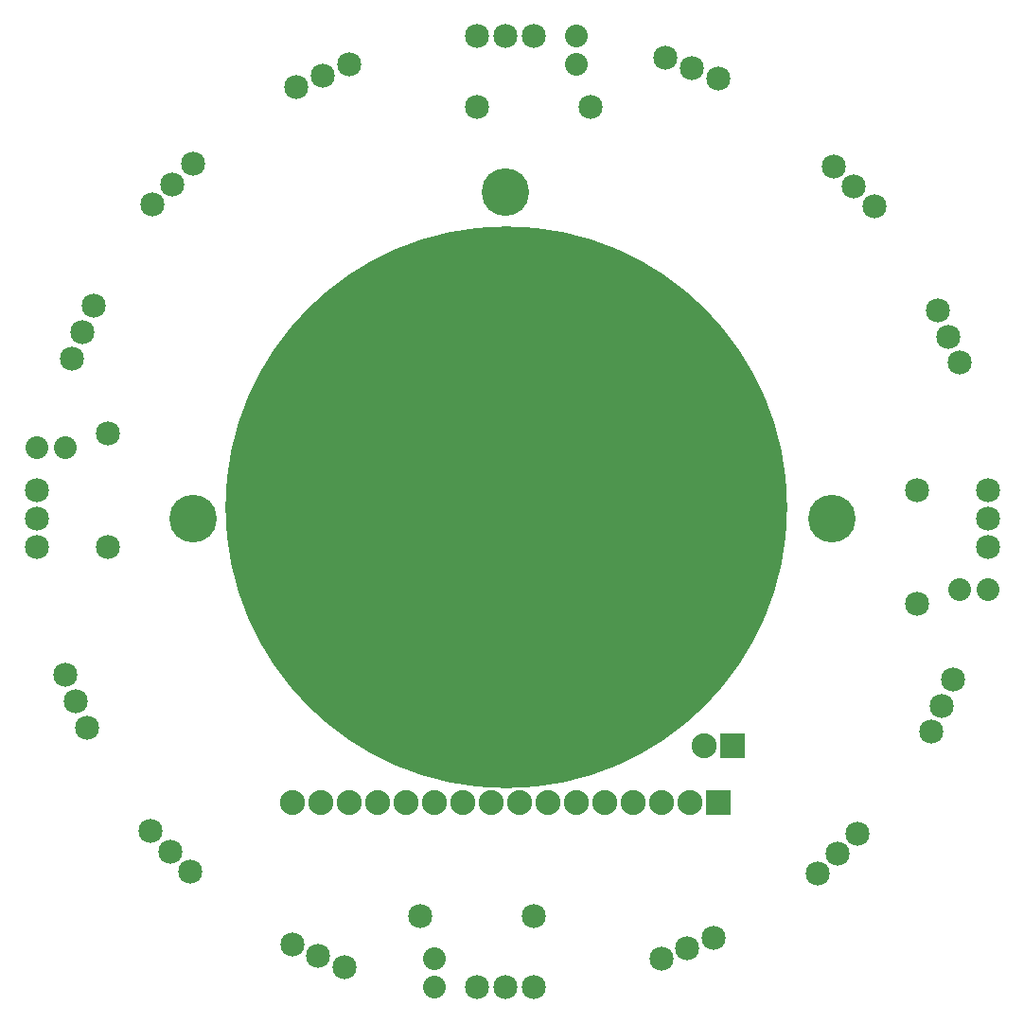
<source format=gbs>
G04 MADE WITH FRITZING*
G04 WWW.FRITZING.ORG*
G04 DOUBLE SIDED*
G04 HOLES PLATED*
G04 CONTOUR ON CENTER OF CONTOUR VECTOR*
%ASAXBY*%
%FSLAX23Y23*%
%MOIN*%
%OFA0B0*%
%SFA1.0B1.0*%
%ADD10C,0.085000*%
%ADD11C,0.080000*%
%ADD12C,0.088000*%
%ADD13C,0.167480*%
%ADD14C,1.978504*%
%ADD15R,0.088000X0.088000*%
%LNMASK0*%
G90*
G70*
G54D10*
X1511Y3650D03*
X1419Y3612D03*
X1326Y3573D03*
X961Y3300D03*
X890Y3229D03*
X820Y3158D03*
X611Y2800D03*
X573Y2707D03*
X535Y2615D03*
X411Y2150D03*
X411Y2050D03*
X411Y1950D03*
X511Y1500D03*
X549Y1407D03*
X588Y1315D03*
X811Y950D03*
X882Y879D03*
X953Y808D03*
X1311Y550D03*
X1404Y512D03*
X1496Y473D03*
X2161Y3750D03*
X2061Y3750D03*
X1961Y3750D03*
X2811Y3600D03*
X2719Y3638D03*
X2626Y3676D03*
X3361Y3150D03*
X3290Y3221D03*
X3220Y3291D03*
X3661Y2600D03*
X3623Y2692D03*
X3585Y2785D03*
X3761Y1950D03*
X3761Y2050D03*
X3761Y2150D03*
X3561Y1300D03*
X3599Y1392D03*
X3638Y1485D03*
X3161Y800D03*
X3232Y871D03*
X3303Y941D03*
X2611Y500D03*
X2704Y538D03*
X2796Y576D03*
X1961Y400D03*
X2061Y400D03*
X2161Y400D03*
X661Y1950D03*
X661Y2350D03*
X2361Y3500D03*
X1961Y3500D03*
X3511Y1750D03*
X3511Y2150D03*
X2161Y650D03*
X1761Y650D03*
G54D11*
X511Y2300D03*
X411Y2300D03*
X2311Y3750D03*
X2311Y3650D03*
X3761Y1800D03*
X3661Y1800D03*
X1811Y500D03*
X1811Y400D03*
G54D12*
X2861Y1250D03*
X2761Y1250D03*
X2811Y1050D03*
X2711Y1050D03*
X2611Y1050D03*
X2511Y1050D03*
X2411Y1050D03*
X2311Y1050D03*
X2211Y1050D03*
X2111Y1050D03*
X2011Y1050D03*
X1911Y1050D03*
X1811Y1050D03*
X1711Y1050D03*
X1611Y1050D03*
X1511Y1050D03*
X1411Y1050D03*
X1311Y1050D03*
G54D13*
X3211Y2050D03*
X961Y2050D03*
X2061Y3200D03*
G54D14*
X2066Y2090D03*
G54D15*
X2861Y1250D03*
X2811Y1050D03*
G04 End of Mask0*
M02*
</source>
